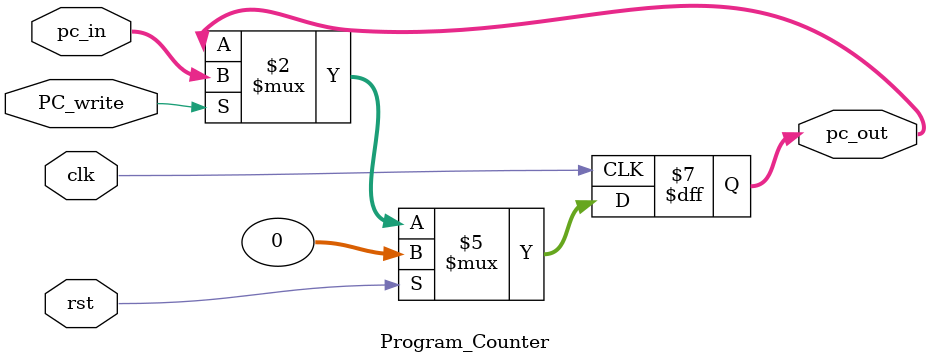
<source format=sv>
module Program_Counter (
    input rst,
    input clk,
    input [31:0] pc_in,
    input PC_write,

    output reg [31:0] pc_out
);
    always_ff @(posedge clk) begin
        if(rst) begin
            pc_out <= 32'b0;
        end
        else if(PC_write)   pc_out <= pc_in;
    end
endmodule
</source>
